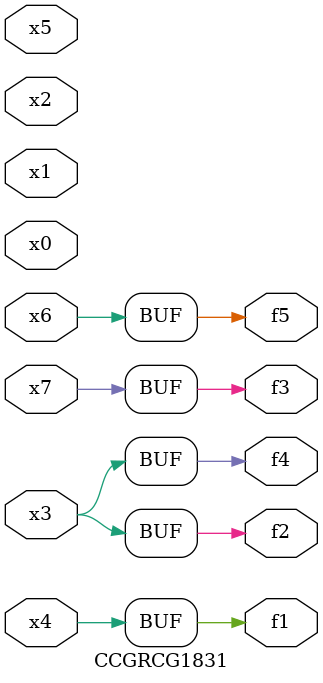
<source format=v>
module CCGRCG1831(
	input x0, x1, x2, x3, x4, x5, x6, x7,
	output f1, f2, f3, f4, f5
);
	assign f1 = x4;
	assign f2 = x3;
	assign f3 = x7;
	assign f4 = x3;
	assign f5 = x6;
endmodule

</source>
